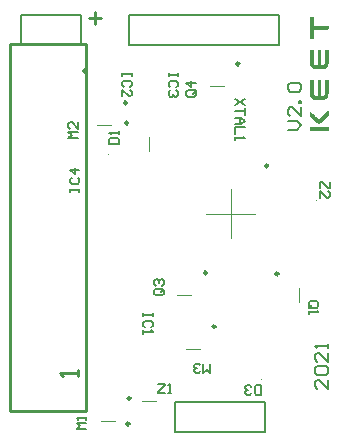
<source format=gbr>
%TF.GenerationSoftware,Altium Limited,Altium Designer,20.2.5 (213)*%
G04 Layer_Color=65535*
%FSLAX25Y25*%
%MOIN*%
%TF.SameCoordinates,C9AA4840-3426-47ED-90B3-6D3E683A03ED*%
%TF.FilePolarity,Positive*%
%TF.FileFunction,Legend,Top*%
%TF.Part,Single*%
G01*
G75*
%TA.AperFunction,NonConductor*%
%ADD77C,0.00984*%
%ADD78C,0.00394*%
%ADD79C,0.00000*%
%ADD80C,0.01000*%
%ADD81C,0.00800*%
%ADD82C,0.00600*%
%ADD116C,0.00787*%
G36*
X100703Y106231D02*
Y106301D01*
X100772D01*
Y106370D01*
X100841D01*
X100911D01*
X100980D01*
X101050D01*
X101119D01*
X101188D01*
X101258D01*
X101327D01*
X101397D01*
X101466D01*
X101535D01*
X101605D01*
X101674D01*
X101744D01*
X101813D01*
X101883D01*
X101952D01*
X102022D01*
X102091D01*
X102160D01*
X102230D01*
X102299D01*
X102369D01*
X102438D01*
X102507D01*
X102577D01*
X102646D01*
X102716D01*
X102785D01*
X102855D01*
X102924D01*
X102993D01*
X103063D01*
X103132D01*
X103202D01*
X103271D01*
X103340D01*
X103410D01*
X103479D01*
X103549D01*
X103618D01*
X103688D01*
X103757D01*
X103826D01*
X103896D01*
X103965D01*
X104035D01*
X104104D01*
X104174D01*
X104243D01*
X104312D01*
X104382D01*
X104451D01*
X104521D01*
X104590D01*
X104659D01*
X104729D01*
X104798D01*
X104868D01*
X104937D01*
X105007D01*
X105076D01*
X105146D01*
X105215D01*
X105284D01*
X105354D01*
X105423D01*
X105493D01*
X105562D01*
X105631D01*
X105701D01*
X105770D01*
X105840D01*
X105909D01*
X105979D01*
X106048D01*
X106117D01*
X106187D01*
X106256D01*
X106326D01*
X106395D01*
X106465D01*
X106534D01*
X106603D01*
X106673D01*
X106742D01*
Y106301D01*
X106812D01*
X106881D01*
Y105051D01*
X106812D01*
Y104982D01*
X106742D01*
X106673D01*
X106603D01*
X106534D01*
X106465D01*
X106395D01*
X106326D01*
X106256D01*
X106187D01*
X106117D01*
X106048D01*
X105979D01*
X105909D01*
X105840D01*
X105770D01*
X105701D01*
X105631D01*
X105562D01*
X105493D01*
X105423D01*
X105354D01*
X105284D01*
X105215D01*
X105146D01*
X105076D01*
X105007D01*
X104937D01*
X104868D01*
X104798D01*
X104729D01*
X104659D01*
X104590D01*
X104521D01*
X104451D01*
X104382D01*
X104312D01*
X104243D01*
X104174D01*
X104104D01*
X104035D01*
X103965D01*
X103896D01*
X103826D01*
X103757D01*
X103688D01*
X103618D01*
X103549D01*
X103479D01*
X103410D01*
X103340D01*
X103271D01*
X103202D01*
X103132D01*
X103063D01*
X102993D01*
X102924D01*
X102855D01*
X102785D01*
X102716D01*
X102646D01*
X102577D01*
X102507D01*
X102438D01*
X102369D01*
X102299D01*
X102230D01*
X102160D01*
X102091D01*
X102022D01*
X101952D01*
X101883D01*
X101813D01*
X101744D01*
X101674D01*
X101605D01*
X101535D01*
X101466D01*
X101397D01*
X101327D01*
X101258D01*
X101188D01*
X101119D01*
X101050D01*
X100980D01*
X100911D01*
X100841D01*
X100772D01*
X100703D01*
Y105051D01*
X100633D01*
Y106231D01*
X100703D01*
D02*
G37*
G36*
Y111369D02*
Y111438D01*
X100772D01*
X100841D01*
Y111369D01*
X100911D01*
X100980D01*
Y111299D01*
X101050D01*
Y111230D01*
X101119D01*
Y111160D01*
X101188D01*
Y111091D01*
X101258D01*
Y111021D01*
X101327D01*
Y110952D01*
X101397D01*
Y110883D01*
X101466D01*
Y110813D01*
X101535D01*
Y110744D01*
X101605D01*
Y110674D01*
X101674D01*
Y110605D01*
X101744D01*
Y110536D01*
X101813D01*
X101883D01*
Y110466D01*
X101952D01*
Y110397D01*
X102022D01*
Y110327D01*
X102091D01*
Y110258D01*
X102160D01*
Y110188D01*
X102230D01*
Y110119D01*
X102299D01*
Y110050D01*
X102369D01*
Y109980D01*
X102438D01*
Y109911D01*
X102507D01*
Y109841D01*
X102577D01*
Y109772D01*
X102646D01*
Y109703D01*
X102716D01*
X102785D01*
Y109633D01*
X102855D01*
Y109564D01*
X102924D01*
Y109494D01*
X102993D01*
Y109425D01*
X103063D01*
Y109355D01*
X103132D01*
Y109286D01*
X103202D01*
Y109216D01*
X103271D01*
Y109147D01*
X103340D01*
Y109078D01*
X103410D01*
Y109008D01*
X103479D01*
Y108939D01*
X103549D01*
Y108869D01*
X103618D01*
Y108800D01*
X103688D01*
X103757D01*
Y108869D01*
X103826D01*
Y109008D01*
X103896D01*
Y109078D01*
X103965D01*
Y109216D01*
X104035D01*
Y109286D01*
X104104D01*
Y109355D01*
X104174D01*
Y109425D01*
X104243D01*
Y109494D01*
X104312D01*
Y109564D01*
X104382D01*
Y109633D01*
X104451D01*
Y109703D01*
X104521D01*
X104590D01*
Y109772D01*
X104659D01*
Y109841D01*
X104729D01*
Y109911D01*
X104798D01*
Y109980D01*
X104868D01*
Y110050D01*
X104937D01*
Y110119D01*
X105007D01*
Y110188D01*
X105076D01*
Y110258D01*
X105146D01*
Y110327D01*
X105215D01*
Y110397D01*
X105284D01*
Y110466D01*
X105354D01*
Y110536D01*
X105423D01*
Y110605D01*
X105493D01*
Y110674D01*
X105562D01*
Y110744D01*
X105631D01*
X105701D01*
Y110813D01*
X105770D01*
Y110883D01*
X105840D01*
Y110952D01*
X105909D01*
Y111021D01*
X105979D01*
Y111091D01*
X106048D01*
Y111160D01*
X106117D01*
Y111230D01*
X106187D01*
Y111299D01*
X106256D01*
Y111369D01*
X106326D01*
Y111438D01*
X106395D01*
Y111507D01*
X106465D01*
Y111577D01*
X106534D01*
Y111646D01*
X106603D01*
Y111716D01*
X106673D01*
X106742D01*
X106812D01*
X106881D01*
Y109980D01*
X106812D01*
Y109911D01*
X106742D01*
Y109841D01*
X106673D01*
Y109772D01*
X106603D01*
Y109703D01*
X106534D01*
Y109633D01*
X106465D01*
Y109564D01*
X106395D01*
Y109494D01*
X106326D01*
X106256D01*
Y109425D01*
X106187D01*
Y109355D01*
X106117D01*
Y109286D01*
X106048D01*
Y109216D01*
X105979D01*
Y109147D01*
X105909D01*
Y109078D01*
X105840D01*
Y109008D01*
X105770D01*
Y108939D01*
X105701D01*
Y108869D01*
X105631D01*
Y108800D01*
X105562D01*
X105493D01*
Y108731D01*
X105423D01*
Y108661D01*
X105354D01*
Y108592D01*
X105284D01*
Y108522D01*
X105215D01*
Y108453D01*
X105146D01*
Y108384D01*
X105076D01*
Y108314D01*
X105007D01*
Y108245D01*
X104937D01*
Y108175D01*
X104868D01*
Y108106D01*
X104798D01*
Y108036D01*
X104729D01*
X104659D01*
Y107967D01*
X104590D01*
Y107897D01*
X104521D01*
Y107828D01*
X104451D01*
Y107759D01*
X104382D01*
Y107689D01*
X104312D01*
Y107620D01*
X104243D01*
Y107550D01*
X104174D01*
Y107481D01*
X104104D01*
Y107412D01*
X104035D01*
Y107342D01*
X103965D01*
X103896D01*
Y107273D01*
X103826D01*
Y107203D01*
X103757D01*
Y107134D01*
X103688D01*
X103618D01*
Y107203D01*
X103549D01*
Y107273D01*
X103479D01*
X103410D01*
Y107342D01*
X103340D01*
Y107412D01*
X103271D01*
Y107481D01*
X103202D01*
Y107550D01*
X103132D01*
Y107620D01*
X103063D01*
Y107689D01*
X102993D01*
X102924D01*
Y107759D01*
X102855D01*
Y107828D01*
X102785D01*
Y107897D01*
X102716D01*
Y107967D01*
X102646D01*
Y108036D01*
X102577D01*
Y108106D01*
X102507D01*
Y108175D01*
X102438D01*
X102369D01*
Y108245D01*
X102299D01*
Y108314D01*
X102230D01*
Y108384D01*
X102160D01*
Y108453D01*
X102091D01*
Y108522D01*
X102022D01*
Y108592D01*
X101952D01*
Y108661D01*
X101883D01*
X101813D01*
Y108731D01*
X101744D01*
Y108800D01*
X101674D01*
Y108869D01*
X101605D01*
Y108939D01*
X101535D01*
Y109008D01*
X101466D01*
Y109078D01*
X101397D01*
Y109147D01*
X101327D01*
Y109216D01*
X101258D01*
X101188D01*
Y109286D01*
X101119D01*
Y109355D01*
X101050D01*
Y109425D01*
X100980D01*
Y109494D01*
X100911D01*
Y109564D01*
X100841D01*
Y109633D01*
X100772D01*
Y109703D01*
X100703D01*
Y109841D01*
X100633D01*
Y111369D01*
X100703D01*
D02*
G37*
G36*
Y121851D02*
Y121921D01*
X100772D01*
X100841D01*
X100911D01*
X100980D01*
X101050D01*
X101119D01*
X101188D01*
X101258D01*
X101327D01*
X101397D01*
X101466D01*
X101535D01*
X101605D01*
X101674D01*
X101744D01*
X101813D01*
Y121851D01*
X101883D01*
Y117408D01*
X101952D01*
Y117131D01*
X102022D01*
Y116992D01*
X102091D01*
Y116922D01*
X102160D01*
Y116853D01*
X102230D01*
Y116783D01*
X102299D01*
X102369D01*
Y116714D01*
X102438D01*
X102507D01*
X102577D01*
X102646D01*
Y116645D01*
X102716D01*
X102785D01*
X102855D01*
X102924D01*
X102993D01*
X103063D01*
X103132D01*
X103202D01*
Y121851D01*
X103271D01*
X103340D01*
X103410D01*
X103479D01*
X103549D01*
X103618D01*
X103688D01*
X103757D01*
X103826D01*
X103896D01*
X103965D01*
X104035D01*
X104104D01*
X104174D01*
X104243D01*
Y121782D01*
X104312D01*
Y116645D01*
X104382D01*
X104451D01*
X104521D01*
X104590D01*
X104659D01*
X104729D01*
X104798D01*
X104868D01*
Y116714D01*
X104937D01*
X105007D01*
X105076D01*
X105146D01*
Y116783D01*
X105215D01*
X105284D01*
Y116853D01*
X105354D01*
Y116922D01*
X105423D01*
Y116992D01*
X105493D01*
Y117131D01*
X105562D01*
Y117408D01*
X105631D01*
Y121851D01*
X105701D01*
Y121921D01*
X105770D01*
X105840D01*
X105909D01*
X105979D01*
X106048D01*
X106117D01*
X106187D01*
X106256D01*
X106326D01*
X106395D01*
X106465D01*
X106534D01*
X106603D01*
X106673D01*
X106742D01*
X106812D01*
Y121851D01*
X106881D01*
Y117200D01*
X106812D01*
Y116783D01*
X106742D01*
Y116506D01*
X106673D01*
Y116297D01*
X106603D01*
Y116159D01*
X106534D01*
Y116089D01*
X106465D01*
Y115950D01*
X106395D01*
Y115881D01*
X106326D01*
Y115812D01*
X106256D01*
Y115742D01*
X106187D01*
Y115673D01*
X106117D01*
X106048D01*
Y115603D01*
X105979D01*
X105909D01*
Y115534D01*
X105840D01*
X105770D01*
Y115464D01*
X105701D01*
X105631D01*
X105562D01*
Y115395D01*
X105493D01*
X105423D01*
X105354D01*
X105284D01*
X105215D01*
Y115326D01*
X105146D01*
X105076D01*
X105007D01*
X104937D01*
X104868D01*
X104798D01*
X104729D01*
X104659D01*
X104590D01*
X104521D01*
X104451D01*
X104382D01*
X104312D01*
X104243D01*
X104174D01*
X104104D01*
X104035D01*
X103965D01*
X103896D01*
X103826D01*
X103757D01*
X103688D01*
X103618D01*
X103549D01*
X103479D01*
X103410D01*
X103340D01*
X103271D01*
X103202D01*
X103132D01*
X103063D01*
X102993D01*
X102924D01*
X102855D01*
X102785D01*
X102716D01*
X102646D01*
X102577D01*
X102507D01*
X102438D01*
X102369D01*
X102299D01*
Y115395D01*
X102230D01*
X102160D01*
X102091D01*
X102022D01*
X101952D01*
Y115464D01*
X101883D01*
X101813D01*
X101744D01*
Y115534D01*
X101674D01*
X101605D01*
Y115603D01*
X101535D01*
X101466D01*
Y115673D01*
X101397D01*
Y115742D01*
X101327D01*
X101258D01*
Y115812D01*
X101188D01*
Y115881D01*
X101119D01*
Y116020D01*
X101050D01*
Y116089D01*
X100980D01*
Y116228D01*
X100911D01*
Y116367D01*
X100841D01*
Y116575D01*
X100772D01*
Y116853D01*
X100703D01*
Y117339D01*
X100633D01*
Y121851D01*
X100703D01*
D02*
G37*
G36*
Y132056D02*
Y132126D01*
X100772D01*
X100841D01*
X100911D01*
X100980D01*
X101050D01*
X101119D01*
X101188D01*
X101258D01*
X101327D01*
X101397D01*
X101466D01*
X101535D01*
X101605D01*
X101674D01*
X101744D01*
X101813D01*
Y132056D01*
X101883D01*
Y127613D01*
X101952D01*
Y127336D01*
X102022D01*
Y127197D01*
X102091D01*
Y127127D01*
X102160D01*
Y127058D01*
X102230D01*
Y126988D01*
X102299D01*
X102369D01*
Y126919D01*
X102438D01*
X102507D01*
X102577D01*
X102646D01*
Y126850D01*
X102716D01*
X102785D01*
X102855D01*
X102924D01*
X102993D01*
X103063D01*
X103132D01*
X103202D01*
Y132056D01*
X103271D01*
X103340D01*
X103410D01*
X103479D01*
X103549D01*
X103618D01*
X103688D01*
X103757D01*
X103826D01*
X103896D01*
X103965D01*
X104035D01*
X104104D01*
X104174D01*
X104243D01*
Y131987D01*
X104312D01*
Y126850D01*
X104382D01*
X104451D01*
X104521D01*
X104590D01*
X104659D01*
X104729D01*
X104798D01*
X104868D01*
Y126919D01*
X104937D01*
X105007D01*
X105076D01*
X105146D01*
Y126988D01*
X105215D01*
X105284D01*
Y127058D01*
X105354D01*
Y127127D01*
X105423D01*
Y127197D01*
X105493D01*
Y127336D01*
X105562D01*
Y127544D01*
X105631D01*
Y132056D01*
X105701D01*
Y132126D01*
X105770D01*
X105840D01*
X105909D01*
X105979D01*
X106048D01*
X106117D01*
X106187D01*
X106256D01*
X106326D01*
X106395D01*
X106465D01*
X106534D01*
X106603D01*
X106673D01*
X106742D01*
X106812D01*
Y132056D01*
X106881D01*
Y127474D01*
X106812D01*
Y127058D01*
X106742D01*
Y126780D01*
X106673D01*
Y126572D01*
X106603D01*
Y126433D01*
X106534D01*
Y126364D01*
X106465D01*
Y126225D01*
X106395D01*
Y126155D01*
X106326D01*
Y126086D01*
X106256D01*
Y126016D01*
X106187D01*
X106117D01*
Y125947D01*
X106048D01*
Y125878D01*
X105979D01*
X105909D01*
Y125808D01*
X105840D01*
X105770D01*
Y125739D01*
X105701D01*
X105631D01*
X105562D01*
Y125669D01*
X105493D01*
X105423D01*
X105354D01*
X105284D01*
X105215D01*
Y125600D01*
X105146D01*
X105076D01*
X105007D01*
X104937D01*
X104868D01*
X104798D01*
X104729D01*
X104659D01*
X104590D01*
X104521D01*
X104451D01*
X104382D01*
X104312D01*
X104243D01*
X104174D01*
X104104D01*
X104035D01*
X103965D01*
X103896D01*
X103826D01*
X103757D01*
X103688D01*
X103618D01*
X103549D01*
X103479D01*
X103410D01*
X103340D01*
X103271D01*
X103202D01*
X103132D01*
X103063D01*
X102993D01*
X102924D01*
X102855D01*
X102785D01*
X102716D01*
X102646D01*
X102577D01*
X102507D01*
X102438D01*
X102369D01*
X102299D01*
Y125669D01*
X102230D01*
X102160D01*
X102091D01*
X102022D01*
X101952D01*
Y125739D01*
X101883D01*
X101813D01*
X101744D01*
Y125808D01*
X101674D01*
X101605D01*
Y125878D01*
X101535D01*
X101466D01*
Y125947D01*
X101397D01*
Y126016D01*
X101327D01*
Y126086D01*
X101258D01*
X101188D01*
Y126225D01*
X101119D01*
Y126294D01*
X101050D01*
Y126364D01*
X100980D01*
Y126503D01*
X100911D01*
Y126641D01*
X100841D01*
Y126850D01*
X100772D01*
Y127127D01*
X100703D01*
Y127613D01*
X100633D01*
Y132056D01*
X100703D01*
D02*
G37*
G36*
Y142955D02*
Y143094D01*
X100772D01*
X100841D01*
X100911D01*
X100980D01*
X101050D01*
X101119D01*
X101188D01*
X101258D01*
X101327D01*
X101397D01*
X101466D01*
X101535D01*
X101605D01*
X101674D01*
X101744D01*
X101813D01*
Y143025D01*
X101883D01*
Y142955D01*
X101952D01*
Y140109D01*
X102022D01*
X102091D01*
X102160D01*
X102230D01*
X102299D01*
X102369D01*
X102438D01*
X102507D01*
X102577D01*
X102646D01*
X102716D01*
X102785D01*
X102855D01*
X102924D01*
X102993D01*
X103063D01*
X103132D01*
X103202D01*
X103271D01*
X103340D01*
X103410D01*
X103479D01*
X103549D01*
X103618D01*
X103688D01*
X103757D01*
X103826D01*
X103896D01*
X103965D01*
X104035D01*
X104104D01*
X104174D01*
X104243D01*
X104312D01*
X104382D01*
X104451D01*
X104521D01*
X104590D01*
X104659D01*
X104729D01*
X104798D01*
X104868D01*
X104937D01*
X105007D01*
X105076D01*
X105146D01*
X105215D01*
X105284D01*
X105354D01*
X105423D01*
X105493D01*
X105562D01*
X105631D01*
X105701D01*
X105770D01*
X105840D01*
X105909D01*
X105979D01*
X106048D01*
X106117D01*
X106187D01*
X106256D01*
X106326D01*
X106395D01*
X106465D01*
X106534D01*
X106603D01*
X106673D01*
X106742D01*
X106812D01*
Y140040D01*
X106881D01*
Y138859D01*
X106812D01*
Y138790D01*
X106742D01*
X106673D01*
X106603D01*
X106534D01*
X106465D01*
X106395D01*
X106326D01*
X106256D01*
X106187D01*
X106117D01*
X106048D01*
X105979D01*
X105909D01*
X105840D01*
X105770D01*
X105701D01*
X105631D01*
X105562D01*
X105493D01*
X105423D01*
X105354D01*
X105284D01*
X105215D01*
X105146D01*
X105076D01*
X105007D01*
X104937D01*
X104868D01*
X104798D01*
X104729D01*
X104659D01*
X104590D01*
X104521D01*
X104451D01*
X104382D01*
X104312D01*
X104243D01*
X104174D01*
X104104D01*
X104035D01*
X103965D01*
X103896D01*
X103826D01*
X103757D01*
X103688D01*
X103618D01*
X103549D01*
X103479D01*
X103410D01*
X103340D01*
X103271D01*
X103202D01*
X103132D01*
X103063D01*
X102993D01*
X102924D01*
X102855D01*
X102785D01*
X102716D01*
X102646D01*
X102577D01*
X102507D01*
X102438D01*
X102369D01*
X102299D01*
X102230D01*
X102160D01*
X102091D01*
X102022D01*
X101952D01*
Y135874D01*
X101883D01*
Y135805D01*
X101813D01*
X101744D01*
X101674D01*
X101605D01*
X101535D01*
X101466D01*
X101397D01*
X101327D01*
X101258D01*
X101188D01*
X101119D01*
X101050D01*
X100980D01*
X100911D01*
X100841D01*
X100772D01*
X100703D01*
Y135874D01*
X100633D01*
Y142955D01*
X100703D01*
D02*
G37*
D77*
X26092Y125000D02*
G03*
X26092Y125000I-492J0D01*
G01*
X69207Y39825D02*
G03*
X69207Y39825I-492J0D01*
G01*
X86706Y93426D02*
G03*
X86706Y93426I-492J0D01*
G01*
X40087Y107710D02*
G03*
X40087Y107710I-492J0D01*
G01*
X90168Y57387D02*
G03*
X90168Y57387I-492J0D01*
G01*
X77127Y127435D02*
G03*
X77127Y127435I-492J0D01*
G01*
X66279Y57724D02*
G03*
X66279Y57724I-492J0D01*
G01*
X40849Y15896D02*
G03*
X40849Y15896I-492J0D01*
G01*
X40505Y7376D02*
G03*
X40505Y7376I-492J0D01*
G01*
X39584Y114424D02*
G03*
X39584Y114424I-492J0D01*
G01*
D78*
X33582Y97126D02*
G03*
X33582Y97126I-197J0D01*
G01*
X44445Y49066D02*
G03*
X44445Y49066I-197J0D01*
G01*
X84469Y22149D02*
G03*
X84469Y22149I-197J0D01*
G01*
X102823Y81785D02*
G03*
X102823Y81785I-197J0D01*
G01*
X53254Y128409D02*
G03*
X53254Y128409I-197J0D01*
G01*
D79*
X59266Y32345D02*
X61628D01*
X63990D01*
X74214Y69257D02*
Y77426D01*
X82384D01*
X74214D02*
Y85595D01*
Y77426D02*
X82384D01*
X66045D02*
X74214D01*
Y85595D01*
Y69257D02*
Y77426D01*
X66045D02*
X74214D01*
X47075Y100623D02*
Y102985D01*
Y98261D02*
Y100623D01*
X97156Y47938D02*
Y50300D01*
Y52662D01*
X69548Y119955D02*
X71911D01*
X67186D02*
X69548D01*
X56338Y50244D02*
X58700D01*
X61062D01*
X33270Y8415D02*
X35632D01*
X30908D02*
X33270D01*
X47100Y14856D02*
X49462D01*
X44738D02*
X47100D01*
X32005Y106944D02*
X34367D01*
X29643D02*
X32005D01*
D80*
X814Y133882D02*
X26030D01*
Y11834D02*
Y133882D01*
X814Y11834D02*
X26030D01*
X538D02*
Y133882D01*
X23314Y23240D02*
Y25239D01*
Y24240D01*
X17316D01*
X18316Y23240D01*
X26901Y142700D02*
X30899D01*
X28900Y144699D02*
Y140701D01*
D81*
X106732Y22168D02*
Y19169D01*
X103733Y22168D01*
X102983D01*
X102233Y21419D01*
Y19919D01*
X102983Y19169D01*
Y23668D02*
X102233Y24418D01*
Y25917D01*
X102983Y26667D01*
X105982D01*
X106732Y25917D01*
Y24418D01*
X105982Y23668D01*
X102983D01*
X106732Y31166D02*
Y28166D01*
X103733Y31166D01*
X102983D01*
X102233Y30416D01*
Y28916D01*
X102983Y28166D01*
X106732Y32665D02*
Y34165D01*
Y33415D01*
X102233D01*
X102983Y32665D01*
X93251Y105428D02*
X96250D01*
X97749Y106927D01*
X96250Y108427D01*
X93251D01*
X97749Y112925D02*
Y109926D01*
X94750Y112925D01*
X94001D01*
X93251Y112175D01*
Y110676D01*
X94001Y109926D01*
X97749Y114425D02*
X97000D01*
Y115174D01*
X97749D01*
Y114425D01*
X94001Y118173D02*
X93251Y118923D01*
Y120423D01*
X94001Y121172D01*
X97000D01*
X97749Y120423D01*
Y118923D01*
X97000Y118173D01*
X94001D01*
D82*
X67252Y27476D02*
Y24327D01*
X66202Y25376D01*
X65153Y24327D01*
Y27476D01*
X64103Y24851D02*
X63578Y24327D01*
X62529D01*
X62004Y24851D01*
Y25376D01*
X62529Y25901D01*
X63054D01*
X62529D01*
X62004Y26426D01*
Y26951D01*
X62529Y27476D01*
X63578D01*
X64103Y26951D01*
X107274Y88024D02*
Y85925D01*
X106750D01*
X104650Y88024D01*
X104125D01*
Y85925D01*
Y82776D02*
Y84875D01*
X106225Y82776D01*
X106750D01*
X107274Y83301D01*
Y84350D01*
X106750Y84875D01*
X78874Y115723D02*
X75726Y113623D01*
X78874D02*
X75726Y115723D01*
X78874Y112574D02*
Y110475D01*
Y111524D01*
X75726D01*
Y109425D02*
X77825D01*
X78874Y108375D01*
X77825Y107325D01*
X75726D01*
X77300D01*
Y109425D01*
X78874Y106276D02*
X75726D01*
Y104176D01*
Y103127D02*
Y102077D01*
Y102602D01*
X78874D01*
X78350Y103127D01*
X23300Y102600D02*
X20151D01*
X21201Y103650D01*
X20151Y104699D01*
X23300D01*
Y107848D02*
Y105749D01*
X21201Y107848D01*
X20676D01*
X20151Y107324D01*
Y106274D01*
X20676Y105749D01*
X50180Y20798D02*
X52279D01*
Y20274D01*
X50180Y18174D01*
Y17649D01*
X52279D01*
X53329D02*
X54379D01*
X53854D01*
Y20798D01*
X53329Y20274D01*
X26052Y5518D02*
X22903D01*
X23953Y6568D01*
X22903Y7617D01*
X26052D01*
Y8667D02*
Y9717D01*
Y9192D01*
X22903D01*
X23428Y8667D01*
X84324Y17126D02*
Y20275D01*
X82750D01*
X82225Y19750D01*
Y17650D01*
X82750Y17126D01*
X84324D01*
X81175Y17650D02*
X80650Y17126D01*
X79601D01*
X79076Y17650D01*
Y18175D01*
X79601Y18700D01*
X80125D01*
X79601D01*
X79076Y19225D01*
Y19750D01*
X79601Y20275D01*
X80650D01*
X81175Y19750D01*
X51421Y52408D02*
X49321D01*
X48797Y51883D01*
Y50833D01*
X49321Y50309D01*
X51421D01*
X51946Y50833D01*
Y51883D01*
X50896Y51358D02*
X51946Y52408D01*
Y51883D02*
X51421Y52408D01*
X49321Y53458D02*
X48797Y53982D01*
Y55032D01*
X49321Y55557D01*
X49846D01*
X50371Y55032D01*
Y54507D01*
Y55032D01*
X50896Y55557D01*
X51421D01*
X51946Y55032D01*
Y53982D01*
X51421Y53458D01*
X62050Y118552D02*
X59950D01*
X59425Y118027D01*
Y116977D01*
X59950Y116452D01*
X62050D01*
X62574Y116977D01*
Y118027D01*
X61525Y117502D02*
X62574Y118552D01*
Y118027D02*
X62050Y118552D01*
X62574Y121176D02*
X59425D01*
X61000Y119601D01*
Y121701D01*
X100750Y46100D02*
X102850D01*
X103375Y46625D01*
Y47675D01*
X102850Y48199D01*
X100750D01*
X100225Y47675D01*
Y46625D01*
X101275Y47150D02*
X100225Y46100D01*
Y46625D02*
X100750Y46100D01*
X100225Y45050D02*
Y44001D01*
Y44526D01*
X103375D01*
X102850Y45050D01*
X56669Y124325D02*
Y123275D01*
Y123800D01*
X53520D01*
Y124325D01*
Y123275D01*
X56144Y119601D02*
X56669Y120126D01*
Y121176D01*
X56144Y121701D01*
X54045D01*
X53520Y121176D01*
Y120126D01*
X54045Y119601D01*
X56144Y118552D02*
X56669Y118027D01*
Y116977D01*
X56144Y116452D01*
X55619D01*
X55094Y116977D01*
Y117502D01*
Y116977D01*
X54569Y116452D01*
X54045D01*
X53520Y116977D01*
Y118027D01*
X54045Y118552D01*
X20679Y84772D02*
Y85822D01*
Y85297D01*
X23828D01*
Y84772D01*
Y85822D01*
X21204Y89496D02*
X20679Y88971D01*
Y87921D01*
X21204Y87396D01*
X23303D01*
X23828Y87921D01*
Y88971D01*
X23303Y89496D01*
X23828Y92120D02*
X20679D01*
X22253Y90545D01*
Y92645D01*
X33741Y100716D02*
X36890D01*
Y102290D01*
X36365Y102815D01*
X34266D01*
X33741Y102290D01*
Y100716D01*
X36890Y103865D02*
Y104915D01*
Y104390D01*
X33741D01*
X34266Y103865D01*
X48249Y44300D02*
Y43250D01*
Y43775D01*
X45100D01*
Y44300D01*
Y43250D01*
X47724Y39577D02*
X48249Y40101D01*
Y41151D01*
X47724Y41676D01*
X45625D01*
X45100Y41151D01*
Y40101D01*
X45625Y39577D01*
X45100Y38527D02*
Y37477D01*
Y38002D01*
X48249D01*
X47724Y38527D01*
X41249Y124400D02*
Y123350D01*
Y123875D01*
X38100D01*
Y124400D01*
Y123350D01*
X40724Y119676D02*
X41249Y120201D01*
Y121251D01*
X40724Y121776D01*
X38625D01*
X38100Y121251D01*
Y120201D01*
X38625Y119676D01*
X38100Y116527D02*
Y118627D01*
X40199Y116527D01*
X40724D01*
X41249Y117052D01*
Y118102D01*
X40724Y118627D01*
D116*
X40400Y133800D02*
Y143800D01*
X90400D01*
X40400Y133800D02*
X90400D01*
Y143800D01*
X55600Y14600D02*
X85600D01*
X55600Y4600D02*
Y14600D01*
Y4600D02*
X85600D01*
Y14600D01*
X24500Y133800D02*
Y143800D01*
X4500Y133800D02*
X24500D01*
X4500D02*
Y143800D01*
X24500D01*
%TF.MD5,220458a2f90130da7efed1000aafb522*%
M02*

</source>
